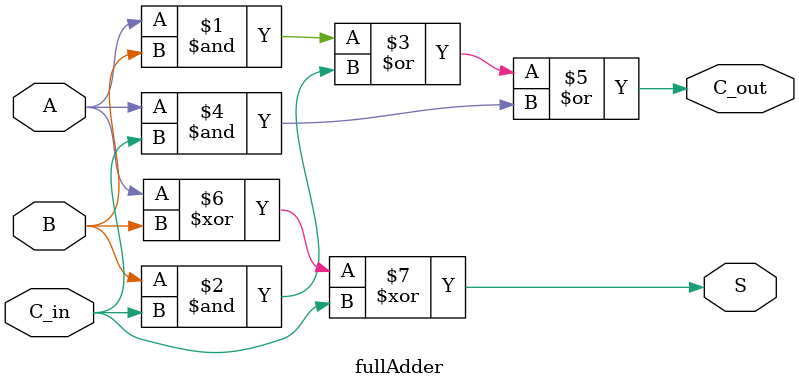
<source format=v>

module fullAdder(input A, input B, input C_in, output C_out, output S);

assign C_out = (A & B)|(B & C_in)|(A & C_in);

assign S = A ^ B ^ C_in;

endmodule
</source>
